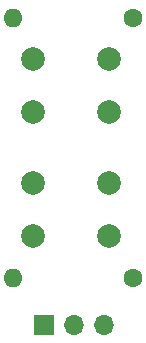
<source format=gbr>
%TF.GenerationSoftware,KiCad,Pcbnew,(5.1.6)-1*%
%TF.CreationDate,2020-12-18T19:23:39+01:00*%
%TF.ProjectId,rc-emitter_tft_trim_board,72632d65-6d69-4747-9465-725f7466745f,rev?*%
%TF.SameCoordinates,Original*%
%TF.FileFunction,Soldermask,Bot*%
%TF.FilePolarity,Negative*%
%FSLAX46Y46*%
G04 Gerber Fmt 4.6, Leading zero omitted, Abs format (unit mm)*
G04 Created by KiCad (PCBNEW (5.1.6)-1) date 2020-12-18 19:23:39*
%MOMM*%
%LPD*%
G01*
G04 APERTURE LIST*
%ADD10C,2.000000*%
%ADD11O,1.600000X1.600000*%
%ADD12C,1.600000*%
%ADD13O,1.700000X1.700000*%
%ADD14R,1.700000X1.700000*%
G04 APERTURE END LIST*
D10*
%TO.C,SW2*%
X159000000Y-89000000D03*
X159000000Y-93500000D03*
X152500000Y-89000000D03*
X152500000Y-93500000D03*
%TD*%
%TO.C,SW1*%
X159000000Y-78500000D03*
X159000000Y-83000000D03*
X152500000Y-78500000D03*
X152500000Y-83000000D03*
%TD*%
D11*
%TO.C,R2*%
X150840000Y-97000000D03*
D12*
X161000000Y-97000000D03*
%TD*%
D11*
%TO.C,R1*%
X150840000Y-75000000D03*
D12*
X161000000Y-75000000D03*
%TD*%
D13*
%TO.C,J2*%
X158540000Y-101000000D03*
X156000000Y-101000000D03*
D14*
X153460000Y-101000000D03*
%TD*%
M02*

</source>
